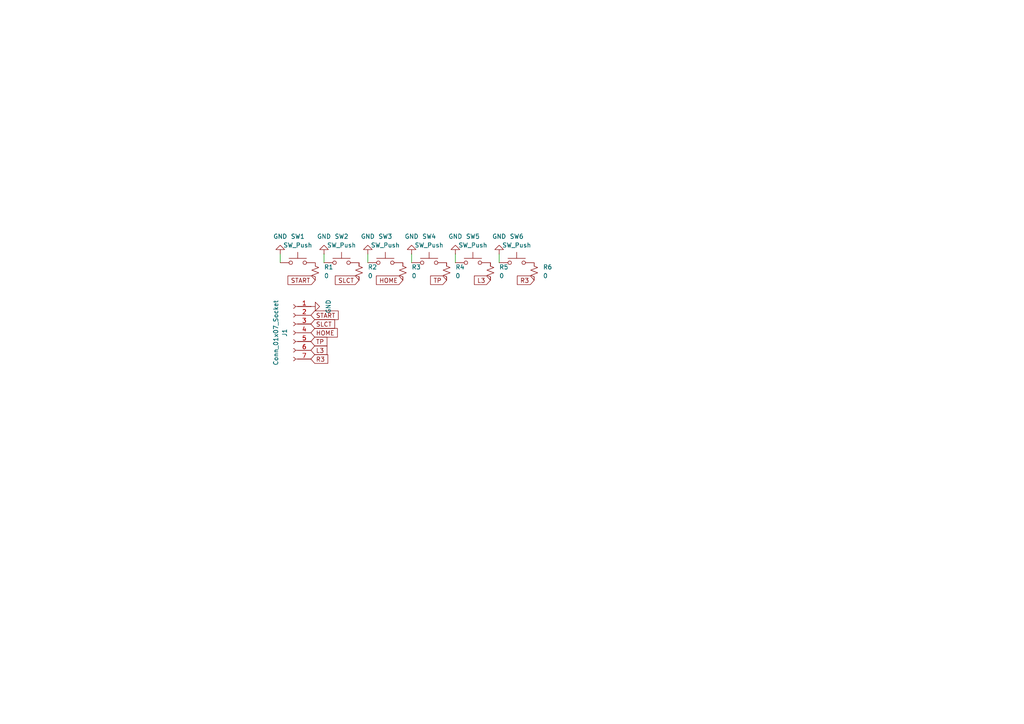
<source format=kicad_sch>
(kicad_sch
	(version 20231120)
	(generator "eeschema")
	(generator_version "8.0")
	(uuid "463ecd8b-f73a-45a1-ba29-0150c69710d0")
	(paper "A4")
	(lib_symbols
		(symbol "Connector:Conn_01x07_Socket"
			(pin_names
				(offset 1.016) hide)
			(exclude_from_sim no)
			(in_bom yes)
			(on_board yes)
			(property "Reference" "J"
				(at 0 10.16 0)
				(effects
					(font
						(size 1.27 1.27)
					)
				)
			)
			(property "Value" "Conn_01x07_Socket"
				(at 0 -10.16 0)
				(effects
					(font
						(size 1.27 1.27)
					)
				)
			)
			(property "Footprint" ""
				(at 0 0 0)
				(effects
					(font
						(size 1.27 1.27)
					)
					(hide yes)
				)
			)
			(property "Datasheet" "~"
				(at 0 0 0)
				(effects
					(font
						(size 1.27 1.27)
					)
					(hide yes)
				)
			)
			(property "Description" "Generic connector, single row, 01x07, script generated"
				(at 0 0 0)
				(effects
					(font
						(size 1.27 1.27)
					)
					(hide yes)
				)
			)
			(property "ki_locked" ""
				(at 0 0 0)
				(effects
					(font
						(size 1.27 1.27)
					)
				)
			)
			(property "ki_keywords" "connector"
				(at 0 0 0)
				(effects
					(font
						(size 1.27 1.27)
					)
					(hide yes)
				)
			)
			(property "ki_fp_filters" "Connector*:*_1x??_*"
				(at 0 0 0)
				(effects
					(font
						(size 1.27 1.27)
					)
					(hide yes)
				)
			)
			(symbol "Conn_01x07_Socket_1_1"
				(arc
					(start 0 -7.112)
					(mid -0.5058 -7.62)
					(end 0 -8.128)
					(stroke
						(width 0.1524)
						(type default)
					)
					(fill
						(type none)
					)
				)
				(arc
					(start 0 -4.572)
					(mid -0.5058 -5.08)
					(end 0 -5.588)
					(stroke
						(width 0.1524)
						(type default)
					)
					(fill
						(type none)
					)
				)
				(arc
					(start 0 -2.032)
					(mid -0.5058 -2.54)
					(end 0 -3.048)
					(stroke
						(width 0.1524)
						(type default)
					)
					(fill
						(type none)
					)
				)
				(polyline
					(pts
						(xy -1.27 -7.62) (xy -0.508 -7.62)
					)
					(stroke
						(width 0.1524)
						(type default)
					)
					(fill
						(type none)
					)
				)
				(polyline
					(pts
						(xy -1.27 -5.08) (xy -0.508 -5.08)
					)
					(stroke
						(width 0.1524)
						(type default)
					)
					(fill
						(type none)
					)
				)
				(polyline
					(pts
						(xy -1.27 -2.54) (xy -0.508 -2.54)
					)
					(stroke
						(width 0.1524)
						(type default)
					)
					(fill
						(type none)
					)
				)
				(polyline
					(pts
						(xy -1.27 0) (xy -0.508 0)
					)
					(stroke
						(width 0.1524)
						(type default)
					)
					(fill
						(type none)
					)
				)
				(polyline
					(pts
						(xy -1.27 2.54) (xy -0.508 2.54)
					)
					(stroke
						(width 0.1524)
						(type default)
					)
					(fill
						(type none)
					)
				)
				(polyline
					(pts
						(xy -1.27 5.08) (xy -0.508 5.08)
					)
					(stroke
						(width 0.1524)
						(type default)
					)
					(fill
						(type none)
					)
				)
				(polyline
					(pts
						(xy -1.27 7.62) (xy -0.508 7.62)
					)
					(stroke
						(width 0.1524)
						(type default)
					)
					(fill
						(type none)
					)
				)
				(arc
					(start 0 0.508)
					(mid -0.5058 0)
					(end 0 -0.508)
					(stroke
						(width 0.1524)
						(type default)
					)
					(fill
						(type none)
					)
				)
				(arc
					(start 0 3.048)
					(mid -0.5058 2.54)
					(end 0 2.032)
					(stroke
						(width 0.1524)
						(type default)
					)
					(fill
						(type none)
					)
				)
				(arc
					(start 0 5.588)
					(mid -0.5058 5.08)
					(end 0 4.572)
					(stroke
						(width 0.1524)
						(type default)
					)
					(fill
						(type none)
					)
				)
				(arc
					(start 0 8.128)
					(mid -0.5058 7.62)
					(end 0 7.112)
					(stroke
						(width 0.1524)
						(type default)
					)
					(fill
						(type none)
					)
				)
				(pin passive line
					(at -5.08 7.62 0)
					(length 3.81)
					(name "Pin_1"
						(effects
							(font
								(size 1.27 1.27)
							)
						)
					)
					(number "1"
						(effects
							(font
								(size 1.27 1.27)
							)
						)
					)
				)
				(pin passive line
					(at -5.08 5.08 0)
					(length 3.81)
					(name "Pin_2"
						(effects
							(font
								(size 1.27 1.27)
							)
						)
					)
					(number "2"
						(effects
							(font
								(size 1.27 1.27)
							)
						)
					)
				)
				(pin passive line
					(at -5.08 2.54 0)
					(length 3.81)
					(name "Pin_3"
						(effects
							(font
								(size 1.27 1.27)
							)
						)
					)
					(number "3"
						(effects
							(font
								(size 1.27 1.27)
							)
						)
					)
				)
				(pin passive line
					(at -5.08 0 0)
					(length 3.81)
					(name "Pin_4"
						(effects
							(font
								(size 1.27 1.27)
							)
						)
					)
					(number "4"
						(effects
							(font
								(size 1.27 1.27)
							)
						)
					)
				)
				(pin passive line
					(at -5.08 -2.54 0)
					(length 3.81)
					(name "Pin_5"
						(effects
							(font
								(size 1.27 1.27)
							)
						)
					)
					(number "5"
						(effects
							(font
								(size 1.27 1.27)
							)
						)
					)
				)
				(pin passive line
					(at -5.08 -5.08 0)
					(length 3.81)
					(name "Pin_6"
						(effects
							(font
								(size 1.27 1.27)
							)
						)
					)
					(number "6"
						(effects
							(font
								(size 1.27 1.27)
							)
						)
					)
				)
				(pin passive line
					(at -5.08 -7.62 0)
					(length 3.81)
					(name "Pin_7"
						(effects
							(font
								(size 1.27 1.27)
							)
						)
					)
					(number "7"
						(effects
							(font
								(size 1.27 1.27)
							)
						)
					)
				)
			)
		)
		(symbol "Device:R_Small_US"
			(pin_numbers hide)
			(pin_names
				(offset 0.254) hide)
			(exclude_from_sim no)
			(in_bom yes)
			(on_board yes)
			(property "Reference" "R"
				(at 0.762 0.508 0)
				(effects
					(font
						(size 1.27 1.27)
					)
					(justify left)
				)
			)
			(property "Value" "R_Small_US"
				(at 0.762 -1.016 0)
				(effects
					(font
						(size 1.27 1.27)
					)
					(justify left)
				)
			)
			(property "Footprint" ""
				(at 0 0 0)
				(effects
					(font
						(size 1.27 1.27)
					)
					(hide yes)
				)
			)
			(property "Datasheet" "~"
				(at 0 0 0)
				(effects
					(font
						(size 1.27 1.27)
					)
					(hide yes)
				)
			)
			(property "Description" "Resistor, small US symbol"
				(at 0 0 0)
				(effects
					(font
						(size 1.27 1.27)
					)
					(hide yes)
				)
			)
			(property "ki_keywords" "r resistor"
				(at 0 0 0)
				(effects
					(font
						(size 1.27 1.27)
					)
					(hide yes)
				)
			)
			(property "ki_fp_filters" "R_*"
				(at 0 0 0)
				(effects
					(font
						(size 1.27 1.27)
					)
					(hide yes)
				)
			)
			(symbol "R_Small_US_1_1"
				(polyline
					(pts
						(xy 0 0) (xy 1.016 -0.381) (xy 0 -0.762) (xy -1.016 -1.143) (xy 0 -1.524)
					)
					(stroke
						(width 0)
						(type default)
					)
					(fill
						(type none)
					)
				)
				(polyline
					(pts
						(xy 0 1.524) (xy 1.016 1.143) (xy 0 0.762) (xy -1.016 0.381) (xy 0 0)
					)
					(stroke
						(width 0)
						(type default)
					)
					(fill
						(type none)
					)
				)
				(pin passive line
					(at 0 2.54 270)
					(length 1.016)
					(name "~"
						(effects
							(font
								(size 1.27 1.27)
							)
						)
					)
					(number "1"
						(effects
							(font
								(size 1.27 1.27)
							)
						)
					)
				)
				(pin passive line
					(at 0 -2.54 90)
					(length 1.016)
					(name "~"
						(effects
							(font
								(size 1.27 1.27)
							)
						)
					)
					(number "2"
						(effects
							(font
								(size 1.27 1.27)
							)
						)
					)
				)
			)
		)
		(symbol "Switch:SW_Push"
			(pin_numbers hide)
			(pin_names
				(offset 1.016) hide)
			(exclude_from_sim no)
			(in_bom yes)
			(on_board yes)
			(property "Reference" "SW"
				(at 1.27 2.54 0)
				(effects
					(font
						(size 1.27 1.27)
					)
					(justify left)
				)
			)
			(property "Value" "SW_Push"
				(at 0 -1.524 0)
				(effects
					(font
						(size 1.27 1.27)
					)
				)
			)
			(property "Footprint" ""
				(at 0 5.08 0)
				(effects
					(font
						(size 1.27 1.27)
					)
					(hide yes)
				)
			)
			(property "Datasheet" "~"
				(at 0 5.08 0)
				(effects
					(font
						(size 1.27 1.27)
					)
					(hide yes)
				)
			)
			(property "Description" "Push button switch, generic, two pins"
				(at 0 0 0)
				(effects
					(font
						(size 1.27 1.27)
					)
					(hide yes)
				)
			)
			(property "ki_keywords" "switch normally-open pushbutton push-button"
				(at 0 0 0)
				(effects
					(font
						(size 1.27 1.27)
					)
					(hide yes)
				)
			)
			(symbol "SW_Push_0_1"
				(circle
					(center -2.032 0)
					(radius 0.508)
					(stroke
						(width 0)
						(type default)
					)
					(fill
						(type none)
					)
				)
				(polyline
					(pts
						(xy 0 1.27) (xy 0 3.048)
					)
					(stroke
						(width 0)
						(type default)
					)
					(fill
						(type none)
					)
				)
				(polyline
					(pts
						(xy 2.54 1.27) (xy -2.54 1.27)
					)
					(stroke
						(width 0)
						(type default)
					)
					(fill
						(type none)
					)
				)
				(circle
					(center 2.032 0)
					(radius 0.508)
					(stroke
						(width 0)
						(type default)
					)
					(fill
						(type none)
					)
				)
				(pin passive line
					(at -5.08 0 0)
					(length 2.54)
					(name "1"
						(effects
							(font
								(size 1.27 1.27)
							)
						)
					)
					(number "1"
						(effects
							(font
								(size 1.27 1.27)
							)
						)
					)
				)
				(pin passive line
					(at 5.08 0 180)
					(length 2.54)
					(name "2"
						(effects
							(font
								(size 1.27 1.27)
							)
						)
					)
					(number "2"
						(effects
							(font
								(size 1.27 1.27)
							)
						)
					)
				)
			)
		)
		(symbol "power:GND"
			(power)
			(pin_numbers hide)
			(pin_names
				(offset 0) hide)
			(exclude_from_sim no)
			(in_bom yes)
			(on_board yes)
			(property "Reference" "#PWR"
				(at 0 -6.35 0)
				(effects
					(font
						(size 1.27 1.27)
					)
					(hide yes)
				)
			)
			(property "Value" "GND"
				(at 0 -3.81 0)
				(effects
					(font
						(size 1.27 1.27)
					)
				)
			)
			(property "Footprint" ""
				(at 0 0 0)
				(effects
					(font
						(size 1.27 1.27)
					)
					(hide yes)
				)
			)
			(property "Datasheet" ""
				(at 0 0 0)
				(effects
					(font
						(size 1.27 1.27)
					)
					(hide yes)
				)
			)
			(property "Description" "Power symbol creates a global label with name \"GND\" , ground"
				(at 0 0 0)
				(effects
					(font
						(size 1.27 1.27)
					)
					(hide yes)
				)
			)
			(property "ki_keywords" "global power"
				(at 0 0 0)
				(effects
					(font
						(size 1.27 1.27)
					)
					(hide yes)
				)
			)
			(symbol "GND_0_1"
				(polyline
					(pts
						(xy 0 0) (xy 0 -1.27) (xy 1.27 -1.27) (xy 0 -2.54) (xy -1.27 -1.27) (xy 0 -1.27)
					)
					(stroke
						(width 0)
						(type default)
					)
					(fill
						(type none)
					)
				)
			)
			(symbol "GND_1_1"
				(pin power_in line
					(at 0 0 270)
					(length 0)
					(name "~"
						(effects
							(font
								(size 1.27 1.27)
							)
						)
					)
					(number "1"
						(effects
							(font
								(size 1.27 1.27)
							)
						)
					)
				)
			)
		)
	)
	(wire
		(pts
			(xy 81.28 73.66) (xy 81.28 76.2)
		)
		(stroke
			(width 0)
			(type default)
		)
		(uuid "34abbc89-f898-4b96-a11a-4d09891f9fac")
	)
	(wire
		(pts
			(xy 144.78 73.66) (xy 144.78 76.2)
		)
		(stroke
			(width 0)
			(type default)
		)
		(uuid "3c39dd56-85f0-4fb1-ac6e-6bc52a1f8d4d")
	)
	(wire
		(pts
			(xy 132.08 73.66) (xy 132.08 76.2)
		)
		(stroke
			(width 0)
			(type default)
		)
		(uuid "54e2610d-4dc2-4c70-832a-ec0d11863247")
	)
	(wire
		(pts
			(xy 119.38 73.66) (xy 119.38 76.2)
		)
		(stroke
			(width 0)
			(type default)
		)
		(uuid "d53bee0e-36ec-4ecd-a0b7-10595dcd21e9")
	)
	(wire
		(pts
			(xy 106.68 73.66) (xy 106.68 76.2)
		)
		(stroke
			(width 0)
			(type default)
		)
		(uuid "de955187-6874-4c58-ae11-35b67c827c9c")
	)
	(wire
		(pts
			(xy 93.98 73.66) (xy 93.98 76.2)
		)
		(stroke
			(width 0)
			(type default)
		)
		(uuid "eeb9f5b8-9fe5-4152-bd6d-050c97523acb")
	)
	(global_label "TP"
		(shape input)
		(at 129.54 81.28 180)
		(fields_autoplaced yes)
		(effects
			(font
				(size 1.27 1.27)
			)
			(justify right)
		)
		(uuid "248e992f-02c2-4a9c-99d6-71a5a1824a98")
		(property "Intersheetrefs" "${INTERSHEET_REFS}"
			(at 124.3172 81.28 0)
			(effects
				(font
					(size 1.27 1.27)
				)
				(justify right)
				(hide yes)
			)
		)
	)
	(global_label "R3"
		(shape input)
		(at 154.94 81.28 180)
		(fields_autoplaced yes)
		(effects
			(font
				(size 1.27 1.27)
			)
			(justify right)
		)
		(uuid "3e66afc1-04d7-4952-ac2f-d10722dc63e4")
		(property "Intersheetrefs" "${INTERSHEET_REFS}"
			(at 149.4753 81.28 0)
			(effects
				(font
					(size 1.27 1.27)
				)
				(justify right)
				(hide yes)
			)
		)
	)
	(global_label "HOME"
		(shape input)
		(at 90.17 96.52 0)
		(fields_autoplaced yes)
		(effects
			(font
				(size 1.27 1.27)
			)
			(justify left)
		)
		(uuid "3f5f9741-ea0a-4898-b3ef-728123d5d709")
		(property "Intersheetrefs" "${INTERSHEET_REFS}"
			(at 98.4166 96.52 0)
			(effects
				(font
					(size 1.27 1.27)
				)
				(justify left)
				(hide yes)
			)
		)
	)
	(global_label "L3"
		(shape input)
		(at 90.17 101.6 0)
		(fields_autoplaced yes)
		(effects
			(font
				(size 1.27 1.27)
			)
			(justify left)
		)
		(uuid "5b9282cd-123a-4879-b204-7b2a1d9615ba")
		(property "Intersheetrefs" "${INTERSHEET_REFS}"
			(at 95.3928 101.6 0)
			(effects
				(font
					(size 1.27 1.27)
				)
				(justify left)
				(hide yes)
			)
		)
	)
	(global_label "SLCT"
		(shape input)
		(at 104.14 81.28 180)
		(fields_autoplaced yes)
		(effects
			(font
				(size 1.27 1.27)
			)
			(justify right)
		)
		(uuid "6c8a7139-a668-44c9-8ce3-2051e8db8ec7")
		(property "Intersheetrefs" "${INTERSHEET_REFS}"
			(at 96.6796 81.28 0)
			(effects
				(font
					(size 1.27 1.27)
				)
				(justify right)
				(hide yes)
			)
		)
	)
	(global_label "SLCT"
		(shape input)
		(at 90.17 93.98 0)
		(fields_autoplaced yes)
		(effects
			(font
				(size 1.27 1.27)
			)
			(justify left)
		)
		(uuid "82a7afc7-a2fb-4d23-83d4-dd87954ceda1")
		(property "Intersheetrefs" "${INTERSHEET_REFS}"
			(at 97.6304 93.98 0)
			(effects
				(font
					(size 1.27 1.27)
				)
				(justify left)
				(hide yes)
			)
		)
	)
	(global_label "R3"
		(shape input)
		(at 90.17 104.14 0)
		(fields_autoplaced yes)
		(effects
			(font
				(size 1.27 1.27)
			)
			(justify left)
		)
		(uuid "88b04b62-24e8-4f14-b2f2-61aa97c05f6f")
		(property "Intersheetrefs" "${INTERSHEET_REFS}"
			(at 95.6347 104.14 0)
			(effects
				(font
					(size 1.27 1.27)
				)
				(justify left)
				(hide yes)
			)
		)
	)
	(global_label "L3"
		(shape input)
		(at 142.24 81.28 180)
		(fields_autoplaced yes)
		(effects
			(font
				(size 1.27 1.27)
			)
			(justify right)
		)
		(uuid "a922bbe5-375e-44f3-94dc-85a8108f6c27")
		(property "Intersheetrefs" "${INTERSHEET_REFS}"
			(at 137.0172 81.28 0)
			(effects
				(font
					(size 1.27 1.27)
				)
				(justify right)
				(hide yes)
			)
		)
	)
	(global_label "HOME"
		(shape input)
		(at 116.84 81.28 180)
		(fields_autoplaced yes)
		(effects
			(font
				(size 1.27 1.27)
			)
			(justify right)
		)
		(uuid "d255640f-4fce-4a46-af6d-a3399d9effad")
		(property "Intersheetrefs" "${INTERSHEET_REFS}"
			(at 108.5934 81.28 0)
			(effects
				(font
					(size 1.27 1.27)
				)
				(justify right)
				(hide yes)
			)
		)
	)
	(global_label "START"
		(shape input)
		(at 91.44 81.28 180)
		(fields_autoplaced yes)
		(effects
			(font
				(size 1.27 1.27)
			)
			(justify right)
		)
		(uuid "e8d590a5-7289-4715-8cf3-8d4387dcd081")
		(property "Intersheetrefs" "${INTERSHEET_REFS}"
			(at 82.9515 81.28 0)
			(effects
				(font
					(size 1.27 1.27)
				)
				(justify right)
				(hide yes)
			)
		)
	)
	(global_label "TP"
		(shape input)
		(at 90.17 99.06 0)
		(fields_autoplaced yes)
		(effects
			(font
				(size 1.27 1.27)
			)
			(justify left)
		)
		(uuid "f7d0f7d2-f6e6-4aca-99b0-a3902ade7d75")
		(property "Intersheetrefs" "${INTERSHEET_REFS}"
			(at 95.3928 99.06 0)
			(effects
				(font
					(size 1.27 1.27)
				)
				(justify left)
				(hide yes)
			)
		)
	)
	(global_label "START"
		(shape input)
		(at 90.17 91.44 0)
		(fields_autoplaced yes)
		(effects
			(font
				(size 1.27 1.27)
			)
			(justify left)
		)
		(uuid "f994be40-3fda-440e-a00e-7c6b91b712ac")
		(property "Intersheetrefs" "${INTERSHEET_REFS}"
			(at 98.6585 91.44 0)
			(effects
				(font
					(size 1.27 1.27)
				)
				(justify left)
				(hide yes)
			)
		)
	)
	(symbol
		(lib_id "Device:R_Small_US")
		(at 142.24 78.74 0)
		(unit 1)
		(exclude_from_sim no)
		(in_bom yes)
		(on_board yes)
		(dnp no)
		(fields_autoplaced yes)
		(uuid "0211d837-ec54-4f41-85da-90fa0b91eed7")
		(property "Reference" "R5"
			(at 144.78 77.4699 0)
			(effects
				(font
					(size 1.27 1.27)
				)
				(justify left)
			)
		)
		(property "Value" "0"
			(at 144.78 80.0099 0)
			(effects
				(font
					(size 1.27 1.27)
				)
				(justify left)
			)
		)
		(property "Footprint" "Resistor_SMD:R_0805_2012Metric_Pad1.20x1.40mm_HandSolder"
			(at 142.24 78.74 0)
			(effects
				(font
					(size 1.27 1.27)
				)
				(hide yes)
			)
		)
		(property "Datasheet" "~"
			(at 142.24 78.74 0)
			(effects
				(font
					(size 1.27 1.27)
				)
				(hide yes)
			)
		)
		(property "Description" "Resistor, small US symbol"
			(at 142.24 78.74 0)
			(effects
				(font
					(size 1.27 1.27)
				)
				(hide yes)
			)
		)
		(pin "2"
			(uuid "e5d7dad7-b942-4c21-a04f-872af3a42206")
		)
		(pin "1"
			(uuid "6fef9817-e1f9-411a-8f85-5cddbcc050a1")
		)
		(instances
			(project "MenuPanel"
				(path "/463ecd8b-f73a-45a1-ba29-0150c69710d0"
					(reference "R5")
					(unit 1)
				)
			)
		)
	)
	(symbol
		(lib_id "Switch:SW_Push")
		(at 111.76 76.2 0)
		(unit 1)
		(exclude_from_sim no)
		(in_bom yes)
		(on_board yes)
		(dnp no)
		(fields_autoplaced yes)
		(uuid "0b84fb81-b128-43aa-b2b7-9e4571435142")
		(property "Reference" "SW3"
			(at 111.76 68.58 0)
			(effects
				(font
					(size 1.27 1.27)
				)
			)
		)
		(property "Value" "SW_Push"
			(at 111.76 71.12 0)
			(effects
				(font
					(size 1.27 1.27)
				)
			)
		)
		(property "Footprint" "Button_Switch_THT:SW_PUSH_6mm_H4.3mm"
			(at 111.76 71.12 0)
			(effects
				(font
					(size 1.27 1.27)
				)
				(hide yes)
			)
		)
		(property "Datasheet" "~"
			(at 111.76 71.12 0)
			(effects
				(font
					(size 1.27 1.27)
				)
				(hide yes)
			)
		)
		(property "Description" "Push button switch, generic, two pins"
			(at 111.76 76.2 0)
			(effects
				(font
					(size 1.27 1.27)
				)
				(hide yes)
			)
		)
		(pin "2"
			(uuid "e09ab761-a8bc-44bc-a2ab-c51da56a31da")
		)
		(pin "1"
			(uuid "37f670e2-dfa3-4ffd-8f94-3567b9211f71")
		)
		(instances
			(project "MenuPanel"
				(path "/463ecd8b-f73a-45a1-ba29-0150c69710d0"
					(reference "SW3")
					(unit 1)
				)
			)
		)
	)
	(symbol
		(lib_id "Device:R_Small_US")
		(at 129.54 78.74 0)
		(unit 1)
		(exclude_from_sim no)
		(in_bom yes)
		(on_board yes)
		(dnp no)
		(fields_autoplaced yes)
		(uuid "0cbd56b6-63d3-4c63-82ff-e2a5fbc74268")
		(property "Reference" "R4"
			(at 132.08 77.4699 0)
			(effects
				(font
					(size 1.27 1.27)
				)
				(justify left)
			)
		)
		(property "Value" "0"
			(at 132.08 80.0099 0)
			(effects
				(font
					(size 1.27 1.27)
				)
				(justify left)
			)
		)
		(property "Footprint" "Resistor_SMD:R_0805_2012Metric_Pad1.20x1.40mm_HandSolder"
			(at 129.54 78.74 0)
			(effects
				(font
					(size 1.27 1.27)
				)
				(hide yes)
			)
		)
		(property "Datasheet" "~"
			(at 129.54 78.74 0)
			(effects
				(font
					(size 1.27 1.27)
				)
				(hide yes)
			)
		)
		(property "Description" "Resistor, small US symbol"
			(at 129.54 78.74 0)
			(effects
				(font
					(size 1.27 1.27)
				)
				(hide yes)
			)
		)
		(pin "2"
			(uuid "669f6566-b9e8-42ff-a29d-64b9269dfc6d")
		)
		(pin "1"
			(uuid "4a70be96-2c36-4549-bfe8-17c79ff4cdd3")
		)
		(instances
			(project "MenuPanel"
				(path "/463ecd8b-f73a-45a1-ba29-0150c69710d0"
					(reference "R4")
					(unit 1)
				)
			)
		)
	)
	(symbol
		(lib_id "power:GND")
		(at 81.28 73.66 180)
		(unit 1)
		(exclude_from_sim no)
		(in_bom yes)
		(on_board yes)
		(dnp no)
		(fields_autoplaced yes)
		(uuid "130002ff-662f-4760-b590-f0104b81b7cc")
		(property "Reference" "#PWR01"
			(at 81.28 67.31 0)
			(effects
				(font
					(size 1.27 1.27)
				)
				(hide yes)
			)
		)
		(property "Value" "GND"
			(at 81.28 68.58 0)
			(effects
				(font
					(size 1.27 1.27)
				)
			)
		)
		(property "Footprint" ""
			(at 81.28 73.66 0)
			(effects
				(font
					(size 1.27 1.27)
				)
				(hide yes)
			)
		)
		(property "Datasheet" ""
			(at 81.28 73.66 0)
			(effects
				(font
					(size 1.27 1.27)
				)
				(hide yes)
			)
		)
		(property "Description" "Power symbol creates a global label with name \"GND\" , ground"
			(at 81.28 73.66 0)
			(effects
				(font
					(size 1.27 1.27)
				)
				(hide yes)
			)
		)
		(pin "1"
			(uuid "b513c029-30d7-4615-bd50-3a486dafa8c7")
		)
		(instances
			(project ""
				(path "/463ecd8b-f73a-45a1-ba29-0150c69710d0"
					(reference "#PWR01")
					(unit 1)
				)
			)
		)
	)
	(symbol
		(lib_id "power:GND")
		(at 93.98 73.66 180)
		(unit 1)
		(exclude_from_sim no)
		(in_bom yes)
		(on_board yes)
		(dnp no)
		(fields_autoplaced yes)
		(uuid "226ec1a6-b688-4aaa-8c10-6b8624355b42")
		(property "Reference" "#PWR02"
			(at 93.98 67.31 0)
			(effects
				(font
					(size 1.27 1.27)
				)
				(hide yes)
			)
		)
		(property "Value" "GND"
			(at 93.98 68.58 0)
			(effects
				(font
					(size 1.27 1.27)
				)
			)
		)
		(property "Footprint" ""
			(at 93.98 73.66 0)
			(effects
				(font
					(size 1.27 1.27)
				)
				(hide yes)
			)
		)
		(property "Datasheet" ""
			(at 93.98 73.66 0)
			(effects
				(font
					(size 1.27 1.27)
				)
				(hide yes)
			)
		)
		(property "Description" "Power symbol creates a global label with name \"GND\" , ground"
			(at 93.98 73.66 0)
			(effects
				(font
					(size 1.27 1.27)
				)
				(hide yes)
			)
		)
		(pin "1"
			(uuid "02e040bd-de84-4149-b2a3-4855d61dee16")
		)
		(instances
			(project "MenuPanel"
				(path "/463ecd8b-f73a-45a1-ba29-0150c69710d0"
					(reference "#PWR02")
					(unit 1)
				)
			)
		)
	)
	(symbol
		(lib_id "Switch:SW_Push")
		(at 137.16 76.2 0)
		(unit 1)
		(exclude_from_sim no)
		(in_bom yes)
		(on_board yes)
		(dnp no)
		(fields_autoplaced yes)
		(uuid "22f9f978-5709-4fd8-a6fb-f3f55005101d")
		(property "Reference" "SW5"
			(at 137.16 68.58 0)
			(effects
				(font
					(size 1.27 1.27)
				)
			)
		)
		(property "Value" "SW_Push"
			(at 137.16 71.12 0)
			(effects
				(font
					(size 1.27 1.27)
				)
			)
		)
		(property "Footprint" "Button_Switch_THT:SW_PUSH_6mm_H4.3mm"
			(at 137.16 71.12 0)
			(effects
				(font
					(size 1.27 1.27)
				)
				(hide yes)
			)
		)
		(property "Datasheet" "~"
			(at 137.16 71.12 0)
			(effects
				(font
					(size 1.27 1.27)
				)
				(hide yes)
			)
		)
		(property "Description" "Push button switch, generic, two pins"
			(at 137.16 76.2 0)
			(effects
				(font
					(size 1.27 1.27)
				)
				(hide yes)
			)
		)
		(pin "2"
			(uuid "50719ec2-580e-4cc9-a526-718cb850a818")
		)
		(pin "1"
			(uuid "2341286b-b67b-41f6-8d2d-9b2a9e718897")
		)
		(instances
			(project "MenuPanel"
				(path "/463ecd8b-f73a-45a1-ba29-0150c69710d0"
					(reference "SW5")
					(unit 1)
				)
			)
		)
	)
	(symbol
		(lib_id "power:GND")
		(at 119.38 73.66 180)
		(unit 1)
		(exclude_from_sim no)
		(in_bom yes)
		(on_board yes)
		(dnp no)
		(fields_autoplaced yes)
		(uuid "305247d0-750d-4959-acb2-f487d112fbdc")
		(property "Reference" "#PWR04"
			(at 119.38 67.31 0)
			(effects
				(font
					(size 1.27 1.27)
				)
				(hide yes)
			)
		)
		(property "Value" "GND"
			(at 119.38 68.58 0)
			(effects
				(font
					(size 1.27 1.27)
				)
			)
		)
		(property "Footprint" ""
			(at 119.38 73.66 0)
			(effects
				(font
					(size 1.27 1.27)
				)
				(hide yes)
			)
		)
		(property "Datasheet" ""
			(at 119.38 73.66 0)
			(effects
				(font
					(size 1.27 1.27)
				)
				(hide yes)
			)
		)
		(property "Description" "Power symbol creates a global label with name \"GND\" , ground"
			(at 119.38 73.66 0)
			(effects
				(font
					(size 1.27 1.27)
				)
				(hide yes)
			)
		)
		(pin "1"
			(uuid "c3da79f7-f48e-40e7-acf8-6933b306ac2e")
		)
		(instances
			(project "MenuPanel"
				(path "/463ecd8b-f73a-45a1-ba29-0150c69710d0"
					(reference "#PWR04")
					(unit 1)
				)
			)
		)
	)
	(symbol
		(lib_id "Device:R_Small_US")
		(at 154.94 78.74 0)
		(unit 1)
		(exclude_from_sim no)
		(in_bom yes)
		(on_board yes)
		(dnp no)
		(fields_autoplaced yes)
		(uuid "36929a2a-50a6-4666-ac74-cfcef3fca27f")
		(property "Reference" "R6"
			(at 157.48 77.4699 0)
			(effects
				(font
					(size 1.27 1.27)
				)
				(justify left)
			)
		)
		(property "Value" "0"
			(at 157.48 80.0099 0)
			(effects
				(font
					(size 1.27 1.27)
				)
				(justify left)
			)
		)
		(property "Footprint" "Resistor_SMD:R_0805_2012Metric_Pad1.20x1.40mm_HandSolder"
			(at 154.94 78.74 0)
			(effects
				(font
					(size 1.27 1.27)
				)
				(hide yes)
			)
		)
		(property "Datasheet" "~"
			(at 154.94 78.74 0)
			(effects
				(font
					(size 1.27 1.27)
				)
				(hide yes)
			)
		)
		(property "Description" "Resistor, small US symbol"
			(at 154.94 78.74 0)
			(effects
				(font
					(size 1.27 1.27)
				)
				(hide yes)
			)
		)
		(pin "2"
			(uuid "a2b6ded0-0c48-41cf-8ce5-f5e64364d0ab")
		)
		(pin "1"
			(uuid "147f3aec-89f0-48bd-b652-05164a0e5277")
		)
		(instances
			(project "MenuPanel"
				(path "/463ecd8b-f73a-45a1-ba29-0150c69710d0"
					(reference "R6")
					(unit 1)
				)
			)
		)
	)
	(symbol
		(lib_id "Device:R_Small_US")
		(at 104.14 78.74 0)
		(unit 1)
		(exclude_from_sim no)
		(in_bom yes)
		(on_board yes)
		(dnp no)
		(fields_autoplaced yes)
		(uuid "36b19f01-0b61-4cd6-b4ef-744a3ddf8660")
		(property "Reference" "R2"
			(at 106.68 77.4699 0)
			(effects
				(font
					(size 1.27 1.27)
				)
				(justify left)
			)
		)
		(property "Value" "0"
			(at 106.68 80.0099 0)
			(effects
				(font
					(size 1.27 1.27)
				)
				(justify left)
			)
		)
		(property "Footprint" "Resistor_SMD:R_0805_2012Metric_Pad1.20x1.40mm_HandSolder"
			(at 104.14 78.74 0)
			(effects
				(font
					(size 1.27 1.27)
				)
				(hide yes)
			)
		)
		(property "Datasheet" "~"
			(at 104.14 78.74 0)
			(effects
				(font
					(size 1.27 1.27)
				)
				(hide yes)
			)
		)
		(property "Description" "Resistor, small US symbol"
			(at 104.14 78.74 0)
			(effects
				(font
					(size 1.27 1.27)
				)
				(hide yes)
			)
		)
		(pin "2"
			(uuid "3888ea04-5ba6-4c16-987e-54c919b5d638")
		)
		(pin "1"
			(uuid "7f9fe2d6-d0e6-45f9-a55a-a25aa1ffa002")
		)
		(instances
			(project "MenuPanel"
				(path "/463ecd8b-f73a-45a1-ba29-0150c69710d0"
					(reference "R2")
					(unit 1)
				)
			)
		)
	)
	(symbol
		(lib_id "Switch:SW_Push")
		(at 124.46 76.2 0)
		(unit 1)
		(exclude_from_sim no)
		(in_bom yes)
		(on_board yes)
		(dnp no)
		(fields_autoplaced yes)
		(uuid "398e6b85-1faa-42bc-b38c-c7dabe6edc87")
		(property "Reference" "SW4"
			(at 124.46 68.58 0)
			(effects
				(font
					(size 1.27 1.27)
				)
			)
		)
		(property "Value" "SW_Push"
			(at 124.46 71.12 0)
			(effects
				(font
					(size 1.27 1.27)
				)
			)
		)
		(property "Footprint" "Button_Switch_THT:SW_PUSH_6mm_H4.3mm"
			(at 124.46 71.12 0)
			(effects
				(font
					(size 1.27 1.27)
				)
				(hide yes)
			)
		)
		(property "Datasheet" "~"
			(at 124.46 71.12 0)
			(effects
				(font
					(size 1.27 1.27)
				)
				(hide yes)
			)
		)
		(property "Description" "Push button switch, generic, two pins"
			(at 124.46 76.2 0)
			(effects
				(font
					(size 1.27 1.27)
				)
				(hide yes)
			)
		)
		(pin "2"
			(uuid "802d961d-48c2-4ab3-aa5e-f1fc3ab9036e")
		)
		(pin "1"
			(uuid "85df6641-eff9-4784-86c2-69c034ab1bf9")
		)
		(instances
			(project "MenuPanel"
				(path "/463ecd8b-f73a-45a1-ba29-0150c69710d0"
					(reference "SW4")
					(unit 1)
				)
			)
		)
	)
	(symbol
		(lib_id "Switch:SW_Push")
		(at 99.06 76.2 0)
		(unit 1)
		(exclude_from_sim no)
		(in_bom yes)
		(on_board yes)
		(dnp no)
		(fields_autoplaced yes)
		(uuid "3e06a920-875f-487d-b13c-1207170b8c29")
		(property "Reference" "SW2"
			(at 99.06 68.58 0)
			(effects
				(font
					(size 1.27 1.27)
				)
			)
		)
		(property "Value" "SW_Push"
			(at 99.06 71.12 0)
			(effects
				(font
					(size 1.27 1.27)
				)
			)
		)
		(property "Footprint" "Button_Switch_THT:SW_PUSH_6mm_H4.3mm"
			(at 99.06 71.12 0)
			(effects
				(font
					(size 1.27 1.27)
				)
				(hide yes)
			)
		)
		(property "Datasheet" "~"
			(at 99.06 71.12 0)
			(effects
				(font
					(size 1.27 1.27)
				)
				(hide yes)
			)
		)
		(property "Description" "Push button switch, generic, two pins"
			(at 99.06 76.2 0)
			(effects
				(font
					(size 1.27 1.27)
				)
				(hide yes)
			)
		)
		(pin "2"
			(uuid "7f9ea0d7-1a6e-46c2-8360-7416ed69fc5d")
		)
		(pin "1"
			(uuid "d7f0ba62-f5ff-4002-ac5f-c8f1c6eaec9c")
		)
		(instances
			(project "MenuPanel"
				(path "/463ecd8b-f73a-45a1-ba29-0150c69710d0"
					(reference "SW2")
					(unit 1)
				)
			)
		)
	)
	(symbol
		(lib_id "power:GND")
		(at 144.78 73.66 180)
		(unit 1)
		(exclude_from_sim no)
		(in_bom yes)
		(on_board yes)
		(dnp no)
		(fields_autoplaced yes)
		(uuid "6656bcec-d6bb-4307-ab37-6726ea166764")
		(property "Reference" "#PWR06"
			(at 144.78 67.31 0)
			(effects
				(font
					(size 1.27 1.27)
				)
				(hide yes)
			)
		)
		(property "Value" "GND"
			(at 144.78 68.58 0)
			(effects
				(font
					(size 1.27 1.27)
				)
			)
		)
		(property "Footprint" ""
			(at 144.78 73.66 0)
			(effects
				(font
					(size 1.27 1.27)
				)
				(hide yes)
			)
		)
		(property "Datasheet" ""
			(at 144.78 73.66 0)
			(effects
				(font
					(size 1.27 1.27)
				)
				(hide yes)
			)
		)
		(property "Description" "Power symbol creates a global label with name \"GND\" , ground"
			(at 144.78 73.66 0)
			(effects
				(font
					(size 1.27 1.27)
				)
				(hide yes)
			)
		)
		(pin "1"
			(uuid "32d5dcc4-77dd-4b71-b1ad-f10ed4a603f4")
		)
		(instances
			(project "MenuPanel"
				(path "/463ecd8b-f73a-45a1-ba29-0150c69710d0"
					(reference "#PWR06")
					(unit 1)
				)
			)
		)
	)
	(symbol
		(lib_id "Switch:SW_Push")
		(at 149.86 76.2 0)
		(unit 1)
		(exclude_from_sim no)
		(in_bom yes)
		(on_board yes)
		(dnp no)
		(fields_autoplaced yes)
		(uuid "87b81d47-7f4e-41b2-b849-433e27c75ba2")
		(property "Reference" "SW6"
			(at 149.86 68.58 0)
			(effects
				(font
					(size 1.27 1.27)
				)
			)
		)
		(property "Value" "SW_Push"
			(at 149.86 71.12 0)
			(effects
				(font
					(size 1.27 1.27)
				)
			)
		)
		(property "Footprint" "Button_Switch_THT:SW_PUSH_6mm_H4.3mm"
			(at 149.86 71.12 0)
			(effects
				(font
					(size 1.27 1.27)
				)
				(hide yes)
			)
		)
		(property "Datasheet" "~"
			(at 149.86 71.12 0)
			(effects
				(font
					(size 1.27 1.27)
				)
				(hide yes)
			)
		)
		(property "Description" "Push button switch, generic, two pins"
			(at 149.86 76.2 0)
			(effects
				(font
					(size 1.27 1.27)
				)
				(hide yes)
			)
		)
		(pin "2"
			(uuid "d75bbde1-a359-48b2-a24d-b619954a4f63")
		)
		(pin "1"
			(uuid "76f35085-055a-4efb-b3f7-21d6b5220538")
		)
		(instances
			(project "MenuPanel"
				(path "/463ecd8b-f73a-45a1-ba29-0150c69710d0"
					(reference "SW6")
					(unit 1)
				)
			)
		)
	)
	(symbol
		(lib_id "power:GND")
		(at 90.17 88.9 90)
		(unit 1)
		(exclude_from_sim no)
		(in_bom yes)
		(on_board yes)
		(dnp no)
		(fields_autoplaced yes)
		(uuid "87ed4bca-2a19-450a-aeeb-cc381e85d971")
		(property "Reference" "#PWR07"
			(at 96.52 88.9 0)
			(effects
				(font
					(size 1.27 1.27)
				)
				(hide yes)
			)
		)
		(property "Value" "GND"
			(at 95.25 88.9 0)
			(effects
				(font
					(size 1.27 1.27)
				)
			)
		)
		(property "Footprint" ""
			(at 90.17 88.9 0)
			(effects
				(font
					(size 1.27 1.27)
				)
				(hide yes)
			)
		)
		(property "Datasheet" ""
			(at 90.17 88.9 0)
			(effects
				(font
					(size 1.27 1.27)
				)
				(hide yes)
			)
		)
		(property "Description" "Power symbol creates a global label with name \"GND\" , ground"
			(at 90.17 88.9 0)
			(effects
				(font
					(size 1.27 1.27)
				)
				(hide yes)
			)
		)
		(pin "1"
			(uuid "e6873055-1c50-42ab-af3d-07cfe501cab2")
		)
		(instances
			(project ""
				(path "/463ecd8b-f73a-45a1-ba29-0150c69710d0"
					(reference "#PWR07")
					(unit 1)
				)
			)
		)
	)
	(symbol
		(lib_id "power:GND")
		(at 106.68 73.66 180)
		(unit 1)
		(exclude_from_sim no)
		(in_bom yes)
		(on_board yes)
		(dnp no)
		(fields_autoplaced yes)
		(uuid "967f3f20-7865-4dbc-ada4-d5dc41d7d0d1")
		(property "Reference" "#PWR03"
			(at 106.68 67.31 0)
			(effects
				(font
					(size 1.27 1.27)
				)
				(hide yes)
			)
		)
		(property "Value" "GND"
			(at 106.68 68.58 0)
			(effects
				(font
					(size 1.27 1.27)
				)
			)
		)
		(property "Footprint" ""
			(at 106.68 73.66 0)
			(effects
				(font
					(size 1.27 1.27)
				)
				(hide yes)
			)
		)
		(property "Datasheet" ""
			(at 106.68 73.66 0)
			(effects
				(font
					(size 1.27 1.27)
				)
				(hide yes)
			)
		)
		(property "Description" "Power symbol creates a global label with name \"GND\" , ground"
			(at 106.68 73.66 0)
			(effects
				(font
					(size 1.27 1.27)
				)
				(hide yes)
			)
		)
		(pin "1"
			(uuid "c7e442a6-b264-45c6-b9b0-bc60b2ddbaac")
		)
		(instances
			(project "MenuPanel"
				(path "/463ecd8b-f73a-45a1-ba29-0150c69710d0"
					(reference "#PWR03")
					(unit 1)
				)
			)
		)
	)
	(symbol
		(lib_id "Switch:SW_Push")
		(at 86.36 76.2 0)
		(unit 1)
		(exclude_from_sim no)
		(in_bom yes)
		(on_board yes)
		(dnp no)
		(fields_autoplaced yes)
		(uuid "97cac9fe-b562-4655-9883-8e8d66bd5b20")
		(property "Reference" "SW1"
			(at 86.36 68.58 0)
			(effects
				(font
					(size 1.27 1.27)
				)
			)
		)
		(property "Value" "SW_Push"
			(at 86.36 71.12 0)
			(effects
				(font
					(size 1.27 1.27)
				)
			)
		)
		(property "Footprint" "Button_Switch_THT:SW_PUSH_6mm_H4.3mm"
			(at 86.36 71.12 0)
			(effects
				(font
					(size 1.27 1.27)
				)
				(hide yes)
			)
		)
		(property "Datasheet" "~"
			(at 86.36 71.12 0)
			(effects
				(font
					(size 1.27 1.27)
				)
				(hide yes)
			)
		)
		(property "Description" "Push button switch, generic, two pins"
			(at 86.36 76.2 0)
			(effects
				(font
					(size 1.27 1.27)
				)
				(hide yes)
			)
		)
		(pin "2"
			(uuid "99767d0f-bcd9-4a58-8daf-15ccf7d681aa")
		)
		(pin "1"
			(uuid "19e60a64-c24d-4488-ae44-e38dbb59137f")
		)
		(instances
			(project ""
				(path "/463ecd8b-f73a-45a1-ba29-0150c69710d0"
					(reference "SW1")
					(unit 1)
				)
			)
		)
	)
	(symbol
		(lib_id "Device:R_Small_US")
		(at 91.44 78.74 0)
		(unit 1)
		(exclude_from_sim no)
		(in_bom yes)
		(on_board yes)
		(dnp no)
		(fields_autoplaced yes)
		(uuid "9b3f5f2f-ff5b-478a-88e4-2ca07ebfc955")
		(property "Reference" "R1"
			(at 93.98 77.4699 0)
			(effects
				(font
					(size 1.27 1.27)
				)
				(justify left)
			)
		)
		(property "Value" "0"
			(at 93.98 80.0099 0)
			(effects
				(font
					(size 1.27 1.27)
				)
				(justify left)
			)
		)
		(property "Footprint" "Resistor_SMD:R_0805_2012Metric_Pad1.20x1.40mm_HandSolder"
			(at 91.44 78.74 0)
			(effects
				(font
					(size 1.27 1.27)
				)
				(hide yes)
			)
		)
		(property "Datasheet" "~"
			(at 91.44 78.74 0)
			(effects
				(font
					(size 1.27 1.27)
				)
				(hide yes)
			)
		)
		(property "Description" "Resistor, small US symbol"
			(at 91.44 78.74 0)
			(effects
				(font
					(size 1.27 1.27)
				)
				(hide yes)
			)
		)
		(pin "2"
			(uuid "04769ce3-cfd3-447d-926e-802c9e7c6e12")
		)
		(pin "1"
			(uuid "b854bd4b-443c-4392-af46-922f2dd0d191")
		)
		(instances
			(project ""
				(path "/463ecd8b-f73a-45a1-ba29-0150c69710d0"
					(reference "R1")
					(unit 1)
				)
			)
		)
	)
	(symbol
		(lib_id "Device:R_Small_US")
		(at 116.84 78.74 0)
		(unit 1)
		(exclude_from_sim no)
		(in_bom yes)
		(on_board yes)
		(dnp no)
		(fields_autoplaced yes)
		(uuid "bd6e263d-655d-4774-8d43-0257878f9f99")
		(property "Reference" "R3"
			(at 119.38 77.4699 0)
			(effects
				(font
					(size 1.27 1.27)
				)
				(justify left)
			)
		)
		(property "Value" "0"
			(at 119.38 80.0099 0)
			(effects
				(font
					(size 1.27 1.27)
				)
				(justify left)
			)
		)
		(property "Footprint" "Resistor_SMD:R_0805_2012Metric_Pad1.20x1.40mm_HandSolder"
			(at 116.84 78.74 0)
			(effects
				(font
					(size 1.27 1.27)
				)
				(hide yes)
			)
		)
		(property "Datasheet" "~"
			(at 116.84 78.74 0)
			(effects
				(font
					(size 1.27 1.27)
				)
				(hide yes)
			)
		)
		(property "Description" "Resistor, small US symbol"
			(at 116.84 78.74 0)
			(effects
				(font
					(size 1.27 1.27)
				)
				(hide yes)
			)
		)
		(pin "2"
			(uuid "1b3bc749-d5fa-4abb-bd90-35bc1796b7e3")
		)
		(pin "1"
			(uuid "df48c0a5-e1bc-4a68-a428-a84ddb797a0c")
		)
		(instances
			(project "MenuPanel"
				(path "/463ecd8b-f73a-45a1-ba29-0150c69710d0"
					(reference "R3")
					(unit 1)
				)
			)
		)
	)
	(symbol
		(lib_id "Connector:Conn_01x07_Socket")
		(at 85.09 96.52 0)
		(mirror y)
		(unit 1)
		(exclude_from_sim no)
		(in_bom yes)
		(on_board yes)
		(dnp no)
		(uuid "c6a0b743-1487-4baa-a6e1-397bac0f69d5")
		(property "Reference" "J1"
			(at 82.55 96.52 90)
			(effects
				(font
					(size 1.27 1.27)
				)
			)
		)
		(property "Value" "Conn_01x07_Socket"
			(at 80.01 96.52 90)
			(effects
				(font
					(size 1.27 1.27)
				)
			)
		)
		(property "Footprint" "Connector_PinSocket_2.54mm:PinSocket_1x07_P2.54mm_Vertical"
			(at 85.09 96.52 0)
			(effects
				(font
					(size 1.27 1.27)
				)
				(hide yes)
			)
		)
		(property "Datasheet" "~"
			(at 85.09 96.52 0)
			(effects
				(font
					(size 1.27 1.27)
				)
				(hide yes)
			)
		)
		(property "Description" "Generic connector, single row, 01x07, script generated"
			(at 85.09 96.52 0)
			(effects
				(font
					(size 1.27 1.27)
				)
				(hide yes)
			)
		)
		(pin "2"
			(uuid "18a136bb-7e55-4287-b716-90aeaa40386b")
		)
		(pin "7"
			(uuid "01b37fe6-e0d4-4799-8004-24152d9c4a15")
		)
		(pin "6"
			(uuid "3b6fcae2-0617-49a8-87cf-86d7539659bb")
		)
		(pin "4"
			(uuid "f4eb6e8d-9e91-47c9-9bad-01f30bb75ed5")
		)
		(pin "5"
			(uuid "2060f869-9868-425b-88ef-1191d009b317")
		)
		(pin "3"
			(uuid "f7820a8d-3234-4c42-b0ea-37dbffeb63e6")
		)
		(pin "1"
			(uuid "b9b3791a-825d-4d0a-bc34-0ce88999479a")
		)
		(instances
			(project ""
				(path "/463ecd8b-f73a-45a1-ba29-0150c69710d0"
					(reference "J1")
					(unit 1)
				)
			)
		)
	)
	(symbol
		(lib_id "power:GND")
		(at 132.08 73.66 180)
		(unit 1)
		(exclude_from_sim no)
		(in_bom yes)
		(on_board yes)
		(dnp no)
		(fields_autoplaced yes)
		(uuid "eeaea24a-4547-4ed5-9e7b-4f1c2c8f8851")
		(property "Reference" "#PWR05"
			(at 132.08 67.31 0)
			(effects
				(font
					(size 1.27 1.27)
				)
				(hide yes)
			)
		)
		(property "Value" "GND"
			(at 132.08 68.58 0)
			(effects
				(font
					(size 1.27 1.27)
				)
			)
		)
		(property "Footprint" ""
			(at 132.08 73.66 0)
			(effects
				(font
					(size 1.27 1.27)
				)
				(hide yes)
			)
		)
		(property "Datasheet" ""
			(at 132.08 73.66 0)
			(effects
				(font
					(size 1.27 1.27)
				)
				(hide yes)
			)
		)
		(property "Description" "Power symbol creates a global label with name \"GND\" , ground"
			(at 132.08 73.66 0)
			(effects
				(font
					(size 1.27 1.27)
				)
				(hide yes)
			)
		)
		(pin "1"
			(uuid "15992b63-d73c-4a8c-92ba-5c5df12d829d")
		)
		(instances
			(project "MenuPanel"
				(path "/463ecd8b-f73a-45a1-ba29-0150c69710d0"
					(reference "#PWR05")
					(unit 1)
				)
			)
		)
	)
	(sheet_instances
		(path "/"
			(page "1")
		)
	)
)

</source>
